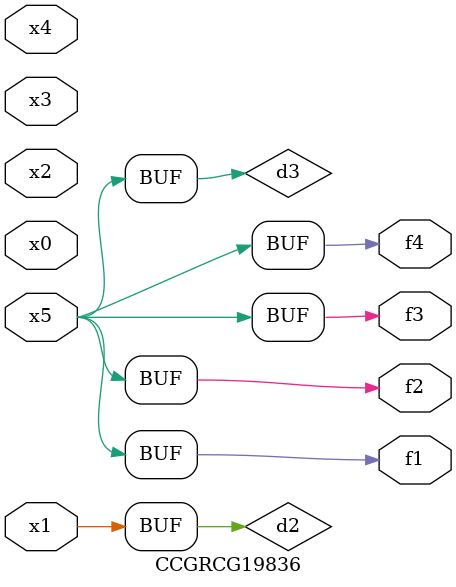
<source format=v>
module CCGRCG19836(
	input x0, x1, x2, x3, x4, x5,
	output f1, f2, f3, f4
);

	wire d1, d2, d3;

	not (d1, x5);
	or (d2, x1);
	xnor (d3, d1);
	assign f1 = d3;
	assign f2 = d3;
	assign f3 = d3;
	assign f4 = d3;
endmodule

</source>
